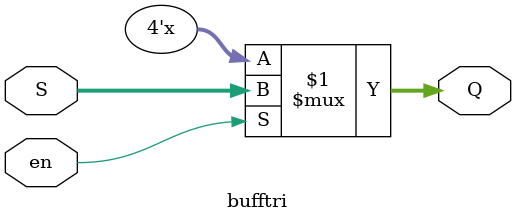
<source format=v>
module bufftri(
	input wire en,
	input wire [3:0]S,
	output wire [3:0]Q
	);

	assign Q = en ? S:4'bz;

endmodule
</source>
